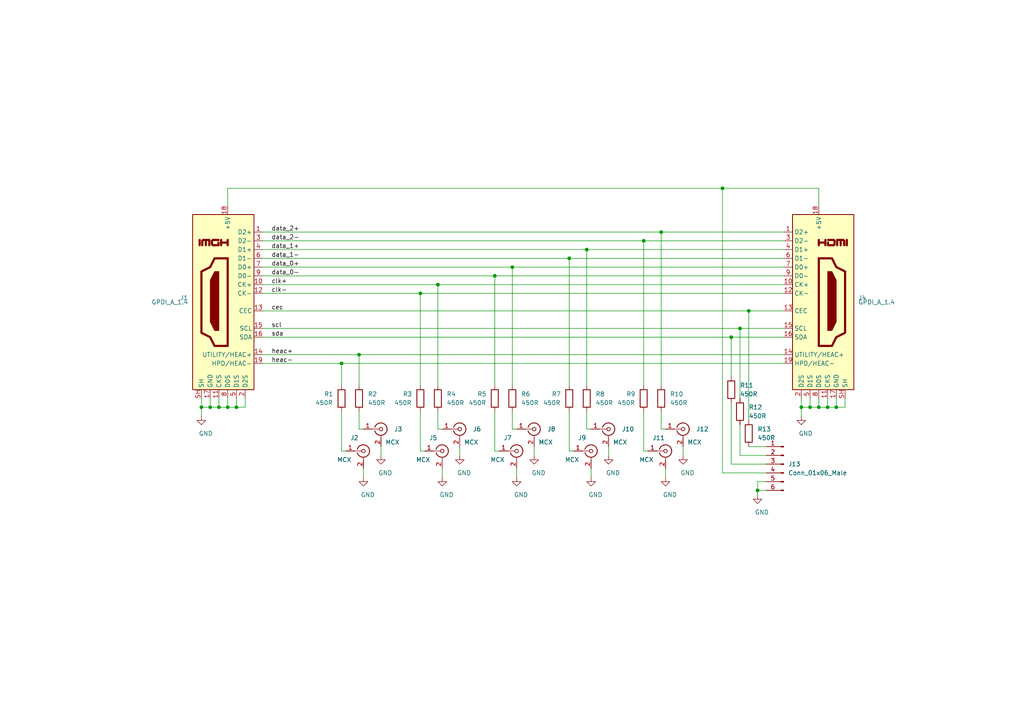
<source format=kicad_sch>
(kicad_sch (version 20201015) (generator eeschema)
  (paper "A4")
  (title_block (title "HDMI-SI") (date "2020-12-09") (rev "r1.0") (company "GsD - @gregdavill") (comment 1 "HDIM SI test board"))
  (lib_symbols
    (symbol "Connector:Conn_01x06_Male" (pin_names (offset 1.016) hide)
      (property "Reference" "J" (at 0 7.62 0))
      (property "Value" "Conn_01x06_Male" (at 0 -10.16 0))
      (symbol "Conn_01x06_Male_1_1"
        (rectangle (start 0.8636 -7.493) (end 0 -7.747) (stroke (width 0.1524)) (fill (type outline)))
        (rectangle (start 0.8636 -4.953) (end 0 -5.207) (stroke (width 0.1524)) (fill (type outline)))
        (rectangle (start 0.8636 -2.413) (end 0 -2.667) (stroke (width 0.1524)) (fill (type outline)))
        (rectangle (start 0.8636 0.127) (end 0 -0.127) (stroke (width 0.1524)) (fill (type outline)))
        (rectangle (start 0.8636 2.667) (end 0 2.413) (stroke (width 0.1524)) (fill (type outline)))
        (rectangle (start 0.8636 5.207) (end 0 4.953) (stroke (width 0.1524)) (fill (type outline)))
        (polyline (pts (xy 1.27 -7.62) (xy 0.8636 -7.62)) (stroke (width 0.1524)))
        (polyline (pts (xy 1.27 -5.08) (xy 0.8636 -5.08)) (stroke (width 0.1524)))
        (polyline (pts (xy 1.27 -2.54) (xy 0.8636 -2.54)) (stroke (width 0.1524)))
        (polyline (pts (xy 1.27 0) (xy 0.8636 0)) (stroke (width 0.1524)))
        (polyline (pts (xy 1.27 2.54) (xy 0.8636 2.54)) (stroke (width 0.1524)))
        (polyline (pts (xy 1.27 5.08) (xy 0.8636 5.08)) (stroke (width 0.1524)))
        (pin passive line (at 5.08 5.08 180) (length 3.81) (name "Pin_1") (number "1"))
        (pin passive line (at 5.08 2.54 180) (length 3.81) (name "Pin_2") (number "2"))
        (pin passive line (at 5.08 0 180) (length 3.81) (name "Pin_3") (number "3"))
        (pin passive line (at 5.08 -2.54 180) (length 3.81) (name "Pin_4") (number "4"))
        (pin passive line (at 5.08 -5.08 180) (length 3.81) (name "Pin_5") (number "5"))
        (pin passive line (at 5.08 -7.62 180) (length 3.81) (name "Pin_6") (number "6"))
      )
    )
    (symbol "Connector:Conn_Coaxial" (pin_names (offset 1.016) hide)
      (property "Reference" "J" (at 0.254 3.048 0))
      (property "Value" "Conn_Coaxial" (at 2.921 0 90))
      (symbol "Conn_Coaxial_0_1"
        (arc (start -1.778 0.508) (end 1.778 0) (radius (at -0.0508 0) (length 1.8034) (angles 163.6 0)) (stroke (width 0.254)))
        (arc (start 1.778 0) (end -1.778 -0.508) (radius (at -0.0254 0) (length 1.8034) (angles 0 -163.8)) (stroke (width 0.254)))
        (circle (center 0 0) (radius 0.508) (stroke (width 0.2032)))
        (polyline (pts (xy -2.54 0) (xy -0.508 0)))
        (polyline (pts (xy 0 -2.54) (xy 0 -1.778)))
      )
      (symbol "Conn_Coaxial_1_1"
        (pin passive line (at -5.08 0 0) (length 2.54) (name "In") (number "1"))
        (pin passive line (at 0 -5.08 90) (length 2.54) (name "Ext") (number "2"))
      )
    )
    (symbol "Connector:HDMI_A_1.4"
      (property "Reference" "J" (at -6.35 26.67 0))
      (property "Value" "HDMI_A_1.4" (at 10.16 26.67 0))
      (symbol "HDMI_A_1.4_0_0"
        (polyline (pts (xy 8.128 16.51) (xy 8.128 18.034)) (stroke (width 0.635)))
        (polyline (pts (xy 0 16.51) (xy 0 18.034) (xy 0 17.272) (xy 1.905 17.272) (xy 1.905 18.034) (xy 1.905 16.51)) (stroke (width 0.635)))
        (polyline (pts (xy 2.667 18.034) (xy 4.318 18.034) (xy 4.572 17.78) (xy 4.572 16.764) (xy 4.318 16.51) (xy 2.667 16.51) (xy 2.667 17.272)) (stroke (width 0.635)))
      )
      (symbol "HDMI_A_1.4_0_1"
        (rectangle (start -7.62 25.4) (end 10.16 -25.4) (stroke (width 0.254)) (fill (type background)))
        (polyline (pts (xy 2.54 8.89) (xy 3.81 8.89) (xy 5.08 6.35) (xy 5.08 -5.715) (xy 3.81 -8.255) (xy 2.54 -8.255) (xy 2.54 8.89)) (fill (type outline)))
        (polyline (pts (xy 5.334 16.51) (xy 5.334 18.034) (xy 6.35 18.034) (xy 6.35 16.51) (xy 6.35 18.034) (xy 7.112 18.034) (xy 7.366 17.78) (xy 7.366 16.51)) (stroke (width 0.635)))
        (polyline (pts (xy 0 12.7) (xy 0 -12.7) (xy 3.81 -12.7) (xy 5.08 -10.16) (xy 7.62 -8.89) (xy 7.62 8.89) (xy 5.08 10.16) (xy 3.81 12.7) (xy 0 12.7)) (stroke (width 0.635)))
      )
      (symbol "HDMI_A_1.4_1_1"
        (pin passive line (at -10.16 20.32 0) (length 2.54) (name "D2+") (number "1"))
        (pin passive line (at -10.16 5.08 0) (length 2.54) (name "CK+") (number "10"))
        (pin power_in line (at 2.54 -27.94 90) (length 2.54) (name "CKS") (number "11"))
        (pin passive line (at -10.16 2.54 0) (length 2.54) (name "CK-") (number "12"))
        (pin bidirectional line (at -10.16 -2.54 0) (length 2.54) (name "CEC") (number "13"))
        (pin passive line (at -10.16 -15.24 0) (length 2.54) (name "UTILITY/HEAC+") (number "14"))
        (pin passive line (at -10.16 -7.62 0) (length 2.54) (name "SCL") (number "15"))
        (pin bidirectional line (at -10.16 -10.16 0) (length 2.54) (name "SDA") (number "16"))
        (pin power_in line (at 5.08 -27.94 90) (length 2.54) (name "GND") (number "17"))
        (pin power_in line (at 0 27.94 270) (length 2.54) (name "+5V") (number "18"))
        (pin passive line (at -10.16 -17.78 0) (length 2.54) (name "HPD/HEAC-") (number "19"))
        (pin power_in line (at -5.08 -27.94 90) (length 2.54) (name "D2S") (number "2"))
        (pin passive line (at -10.16 17.78 0) (length 2.54) (name "D2-") (number "3"))
        (pin passive line (at -10.16 15.24 0) (length 2.54) (name "D1+") (number "4"))
        (pin power_in line (at -2.54 -27.94 90) (length 2.54) (name "D1S") (number "5"))
        (pin passive line (at -10.16 12.7 0) (length 2.54) (name "D1-") (number "6"))
        (pin passive line (at -10.16 10.16 0) (length 2.54) (name "D0+") (number "7"))
        (pin power_in line (at 0 -27.94 90) (length 2.54) (name "D0S") (number "8"))
        (pin passive line (at -10.16 7.62 0) (length 2.54) (name "D0-") (number "9"))
        (pin passive line (at 7.62 -27.94 90) (length 2.54) (name "SH") (number "SH"))
      )
    )
    (symbol "Device:R" (pin_numbers hide) (pin_names (offset 0))
      (property "Reference" "R" (at 2.032 0 90))
      (property "Value" "R" (at 0 0 90))
      (symbol "R_0_1"
        (rectangle (start -1.016 -2.54) (end 1.016 2.54) (stroke (width 0.254)))
      )
      (symbol "R_1_1"
        (pin passive line (at 0 3.81 270) (length 1.27) (name "~") (number "1"))
        (pin passive line (at 0 -3.81 90) (length 1.27) (name "~") (number "2"))
      )
    )
    (symbol "power:GND" (power) (pin_names (offset 0))
      (property "Value" "GND" (at 0 -3.81 0))
      (symbol "GND_0_1"
        (polyline (pts (xy 0 0) (xy 0 -1.27) (xy 1.27 -1.27) (xy 0 -2.54) (xy -1.27 -1.27) (xy 0 -1.27)))
      )
      (symbol "GND_1_1"
        (pin power_in line (at 0 0 270) (length 0) hide (name "GND") (number "1"))
      )
    )
  )
  (bus_alias "GPDI" (members "CK_N" "CK_P" "D0_N" "D0_P" "D1_N" "D1_P" "D2_N" "D2_P"))
  (junction (at 58.42 118.11) (diameter 0.9144))
  (junction (at 60.96 118.11) (diameter 0.9144))
  (junction (at 63.5 118.11) (diameter 0.9144))
  (junction (at 66.04 118.11) (diameter 0.9144))
  (junction (at 68.58 118.11) (diameter 0.9144))
  (junction (at 99.06 105.41) (diameter 0.9144))
  (junction (at 104.14 102.87) (diameter 0.9144))
  (junction (at 121.92 85.09) (diameter 0.9144))
  (junction (at 127 82.55) (diameter 0.9144))
  (junction (at 143.51 80.01) (diameter 0.9144))
  (junction (at 148.59 77.47) (diameter 0.9144))
  (junction (at 165.1 74.93) (diameter 0.9144))
  (junction (at 170.18 72.39) (diameter 0.9144))
  (junction (at 186.69 69.85) (diameter 0.9144))
  (junction (at 191.77 67.31) (diameter 0.9144))
  (junction (at 209.55 54.61) (diameter 0.9144))
  (junction (at 212.09 97.79) (diameter 0.9144))
  (junction (at 214.63 95.25) (diameter 0.9144))
  (junction (at 217.17 90.17) (diameter 0.9144))
  (junction (at 219.71 142.24) (diameter 0.9144))
  (junction (at 232.41 118.11) (diameter 0.9144))
  (junction (at 234.95 118.11) (diameter 0.9144))
  (junction (at 237.49 118.11) (diameter 0.9144))
  (junction (at 240.03 118.11) (diameter 0.9144))
  (junction (at 242.57 118.11) (diameter 0.9144))
  (wire (pts (xy 58.42 115.57) (xy 58.42 118.11)))
  (wire (pts (xy 58.42 118.11) (xy 58.42 120.65)))
  (wire (pts (xy 60.96 115.57) (xy 60.96 118.11)))
  (wire (pts (xy 60.96 118.11) (xy 58.42 118.11)))
  (wire (pts (xy 63.5 115.57) (xy 63.5 118.11)))
  (wire (pts (xy 63.5 118.11) (xy 60.96 118.11)))
  (wire (pts (xy 66.04 54.61) (xy 209.55 54.61)))
  (wire (pts (xy 66.04 59.69) (xy 66.04 54.61)))
  (wire (pts (xy 66.04 115.57) (xy 66.04 118.11)))
  (wire (pts (xy 66.04 118.11) (xy 63.5 118.11)))
  (wire (pts (xy 68.58 115.57) (xy 68.58 118.11)))
  (wire (pts (xy 68.58 118.11) (xy 66.04 118.11)))
  (wire (pts (xy 71.12 115.57) (xy 71.12 118.11)))
  (wire (pts (xy 71.12 118.11) (xy 68.58 118.11)))
  (wire (pts (xy 76.2 67.31) (xy 191.77 67.31)))
  (wire (pts (xy 76.2 69.85) (xy 186.69 69.85)))
  (wire (pts (xy 76.2 72.39) (xy 170.18 72.39)))
  (wire (pts (xy 76.2 74.93) (xy 165.1 74.93)))
  (wire (pts (xy 76.2 77.47) (xy 148.59 77.47)))
  (wire (pts (xy 76.2 80.01) (xy 143.51 80.01)))
  (wire (pts (xy 76.2 82.55) (xy 127 82.55)))
  (wire (pts (xy 76.2 85.09) (xy 121.92 85.09)))
  (wire (pts (xy 76.2 90.17) (xy 217.17 90.17)))
  (wire (pts (xy 76.2 95.25) (xy 214.63 95.25)))
  (wire (pts (xy 76.2 97.79) (xy 212.09 97.79)))
  (wire (pts (xy 76.2 102.87) (xy 104.14 102.87)))
  (wire (pts (xy 76.2 105.41) (xy 99.06 105.41)))
  (wire (pts (xy 99.06 105.41) (xy 99.06 111.76)))
  (wire (pts (xy 99.06 105.41) (xy 227.33 105.41)))
  (wire (pts (xy 99.06 130.81) (xy 99.06 119.38)))
  (wire (pts (xy 100.33 130.81) (xy 99.06 130.81)))
  (wire (pts (xy 104.14 102.87) (xy 104.14 111.76)))
  (wire (pts (xy 104.14 102.87) (xy 227.33 102.87)))
  (wire (pts (xy 104.14 124.46) (xy 104.14 119.38)))
  (wire (pts (xy 105.41 124.46) (xy 104.14 124.46)))
  (wire (pts (xy 105.41 135.89) (xy 105.41 138.43)))
  (wire (pts (xy 110.49 129.54) (xy 110.49 132.08)))
  (wire (pts (xy 121.92 85.09) (xy 121.92 111.76)))
  (wire (pts (xy 121.92 85.09) (xy 227.33 85.09)))
  (wire (pts (xy 121.92 130.81) (xy 121.92 119.38)))
  (wire (pts (xy 123.19 130.81) (xy 121.92 130.81)))
  (wire (pts (xy 127 82.55) (xy 127 111.76)))
  (wire (pts (xy 127 82.55) (xy 227.33 82.55)))
  (wire (pts (xy 127 124.46) (xy 127 119.38)))
  (wire (pts (xy 128.27 124.46) (xy 127 124.46)))
  (wire (pts (xy 128.27 135.89) (xy 128.27 138.43)))
  (wire (pts (xy 133.35 129.54) (xy 133.35 132.08)))
  (wire (pts (xy 143.51 80.01) (xy 143.51 111.76)))
  (wire (pts (xy 143.51 80.01) (xy 227.33 80.01)))
  (wire (pts (xy 143.51 130.81) (xy 143.51 119.38)))
  (wire (pts (xy 144.78 130.81) (xy 143.51 130.81)))
  (wire (pts (xy 148.59 77.47) (xy 148.59 111.76)))
  (wire (pts (xy 148.59 77.47) (xy 227.33 77.47)))
  (wire (pts (xy 148.59 124.46) (xy 148.59 119.38)))
  (wire (pts (xy 149.86 124.46) (xy 148.59 124.46)))
  (wire (pts (xy 149.86 135.89) (xy 149.86 138.43)))
  (wire (pts (xy 154.94 129.54) (xy 154.94 132.08)))
  (wire (pts (xy 165.1 74.93) (xy 165.1 111.76)))
  (wire (pts (xy 165.1 74.93) (xy 227.33 74.93)))
  (wire (pts (xy 165.1 130.81) (xy 165.1 119.38)))
  (wire (pts (xy 166.37 130.81) (xy 165.1 130.81)))
  (wire (pts (xy 170.18 72.39) (xy 170.18 111.76)))
  (wire (pts (xy 170.18 72.39) (xy 227.33 72.39)))
  (wire (pts (xy 170.18 124.46) (xy 170.18 119.38)))
  (wire (pts (xy 171.45 124.46) (xy 170.18 124.46)))
  (wire (pts (xy 171.45 135.89) (xy 171.45 138.43)))
  (wire (pts (xy 176.53 129.54) (xy 176.53 132.08)))
  (wire (pts (xy 186.69 69.85) (xy 186.69 111.76)))
  (wire (pts (xy 186.69 69.85) (xy 227.33 69.85)))
  (wire (pts (xy 186.69 130.81) (xy 186.69 119.38)))
  (wire (pts (xy 187.96 130.81) (xy 186.69 130.81)))
  (wire (pts (xy 191.77 67.31) (xy 191.77 111.76)))
  (wire (pts (xy 191.77 67.31) (xy 227.33 67.31)))
  (wire (pts (xy 191.77 124.46) (xy 191.77 119.38)))
  (wire (pts (xy 193.04 124.46) (xy 191.77 124.46)))
  (wire (pts (xy 193.04 135.89) (xy 193.04 138.43)))
  (wire (pts (xy 198.12 129.54) (xy 198.12 132.08)))
  (wire (pts (xy 209.55 54.61) (xy 209.55 137.16)))
  (wire (pts (xy 209.55 54.61) (xy 237.49 54.61)))
  (wire (pts (xy 209.55 137.16) (xy 222.25 137.16)))
  (wire (pts (xy 212.09 97.79) (xy 227.33 97.79)))
  (wire (pts (xy 212.09 109.22) (xy 212.09 97.79)))
  (wire (pts (xy 212.09 134.62) (xy 212.09 116.84)))
  (wire (pts (xy 214.63 95.25) (xy 227.33 95.25)))
  (wire (pts (xy 214.63 115.57) (xy 214.63 95.25)))
  (wire (pts (xy 214.63 132.08) (xy 214.63 123.19)))
  (wire (pts (xy 217.17 90.17) (xy 217.17 121.92)))
  (wire (pts (xy 217.17 90.17) (xy 227.33 90.17)))
  (wire (pts (xy 219.71 139.7) (xy 219.71 142.24)))
  (wire (pts (xy 219.71 139.7) (xy 222.25 139.7)))
  (wire (pts (xy 219.71 142.24) (xy 219.71 143.51)))
  (wire (pts (xy 219.71 142.24) (xy 222.25 142.24)))
  (wire (pts (xy 222.25 129.54) (xy 217.17 129.54)))
  (wire (pts (xy 222.25 132.08) (xy 214.63 132.08)))
  (wire (pts (xy 222.25 134.62) (xy 212.09 134.62)))
  (wire (pts (xy 232.41 115.57) (xy 232.41 118.11)))
  (wire (pts (xy 232.41 118.11) (xy 232.41 120.65)))
  (wire (pts (xy 234.95 115.57) (xy 234.95 118.11)))
  (wire (pts (xy 234.95 118.11) (xy 232.41 118.11)))
  (wire (pts (xy 237.49 54.61) (xy 237.49 59.69)))
  (wire (pts (xy 237.49 115.57) (xy 237.49 118.11)))
  (wire (pts (xy 237.49 118.11) (xy 234.95 118.11)))
  (wire (pts (xy 240.03 115.57) (xy 240.03 118.11)))
  (wire (pts (xy 240.03 118.11) (xy 237.49 118.11)))
  (wire (pts (xy 242.57 115.57) (xy 242.57 118.11)))
  (wire (pts (xy 242.57 118.11) (xy 240.03 118.11)))
  (wire (pts (xy 245.11 115.57) (xy 245.11 118.11)))
  (wire (pts (xy 245.11 118.11) (xy 242.57 118.11)))
  (label "data_2+" (at 78.74 67.31 0))
  (label "data_2-" (at 78.74 69.85 0))
  (label "data_1+" (at 78.74 72.39 0))
  (label "data_1-" (at 78.74 74.93 0))
  (label "data_0+" (at 78.74 77.47 0))
  (label "data_0-" (at 78.74 80.01 0))
  (label "clk+" (at 78.74 82.55 0))
  (label "clk-" (at 78.74 85.09 0))
  (label "cec" (at 78.74 90.17 0))
  (label "scl" (at 78.74 95.25 0))
  (label "sda" (at 78.74 97.79 0))
  (label "heac+" (at 78.74 102.87 0))
  (label "heac-" (at 78.74 105.41 0))
  (symbol (lib_id "power:GND") (at 58.42 120.65 0) (unit 1)
    (property "Reference" "#PWR0101" (effects hide))
    (property "Value" "GND" (at 59.69 125.73 0))
  )
  (symbol (lib_id "power:GND") (at 105.41 138.43 0) (unit 1)
    (property "Reference" "#PWR0102" (effects hide))
    (property "Value" "GND" (at 106.68 143.51 0))
  )
  (symbol (lib_id "power:GND") (at 110.49 132.08 0) (unit 1)
    (property "Reference" "#PWR0103" (effects hide))
    (property "Value" "GND" (at 111.76 137.16 0))
  )
  (symbol (lib_id "power:GND") (at 128.27 138.43 0) (unit 1)
    (property "Reference" "#PWR0106" (effects hide))
    (property "Value" "GND" (at 129.54 143.51 0))
  )
  (symbol (lib_id "power:GND") (at 133.35 132.08 0) (unit 1)
    (property "Reference" "#PWR0105" (effects hide))
    (property "Value" "GND" (at 134.62 137.16 0))
  )
  (symbol (lib_id "power:GND") (at 149.86 138.43 0) (unit 1)
    (property "Reference" "#PWR0107" (effects hide))
    (property "Value" "GND" (at 151.13 143.51 0))
  )
  (symbol (lib_id "power:GND") (at 154.94 132.08 0) (unit 1)
    (property "Reference" "#PWR0108" (effects hide))
    (property "Value" "GND" (at 156.21 137.16 0))
  )
  (symbol (lib_id "power:GND") (at 171.45 138.43 0) (unit 1)
    (property "Reference" "#PWR0109" (effects hide))
    (property "Value" "GND" (at 172.72 143.51 0))
  )
  (symbol (lib_id "power:GND") (at 176.53 132.08 0) (unit 1)
    (property "Reference" "#PWR0110" (effects hide))
    (property "Value" "GND" (at 177.8 137.16 0))
  )
  (symbol (lib_id "power:GND") (at 193.04 138.43 0) (unit 1)
    (property "Reference" "#PWR0111" (effects hide))
    (property "Value" "GND" (at 194.31 143.51 0))
  )
  (symbol (lib_id "power:GND") (at 198.12 132.08 0) (unit 1)
    (property "Reference" "#PWR0112" (effects hide))
    (property "Value" "GND" (at 199.39 137.16 0))
  )
  (symbol (lib_id "power:GND") (at 219.71 143.51 0) (unit 1)
    (property "Reference" "#PWR0113" (effects hide))
    (property "Value" "GND" (at 220.98 148.59 0))
  )
  (symbol (lib_id "power:GND") (at 232.41 120.65 0) (unit 1)
    (property "Reference" "#PWR0104" (effects hide))
    (property "Value" "GND" (at 233.68 125.73 0))
  )
  (symbol (lib_id "Device:R") (at 99.06 115.57 0) (unit 1)
    (property "Reference" "R1" (at 93.98 114.3 0) (effects (justify left)))
    (property "Value" "450R" (at 91.44 116.84 0) (effects (justify left)))
    (property "Footprint" "Resistor_SMD:R_0402_1005Metric" (effects hide))
  )
  (symbol (lib_id "Device:R") (at 104.14 115.57 0) (unit 1)
    (property "Reference" "R2" (at 106.68 114.3 0) (effects (justify left)))
    (property "Value" "450R" (at 106.68 116.84 0) (effects (justify left)))
    (property "Footprint" "Resistor_SMD:R_0402_1005Metric" (effects hide))
  )
  (symbol (lib_id "Device:R") (at 121.92 115.57 0) (unit 1)
    (property "Reference" "R3" (at 116.84 114.3 0) (effects (justify left)))
    (property "Value" "450R" (at 114.3 116.84 0) (effects (justify left)))
    (property "Footprint" "Resistor_SMD:R_0402_1005Metric" (effects hide))
  )
  (symbol (lib_id "Device:R") (at 127 115.57 0) (unit 1)
    (property "Reference" "R4" (at 129.54 114.3 0) (effects (justify left)))
    (property "Value" "450R" (at 129.54 116.84 0) (effects (justify left)))
    (property "Footprint" "Resistor_SMD:R_0402_1005Metric" (effects hide))
  )
  (symbol (lib_id "Device:R") (at 143.51 115.57 0) (unit 1)
    (property "Reference" "R5" (at 138.43 114.3 0) (effects (justify left)))
    (property "Value" "450R" (at 135.89 116.84 0) (effects (justify left)))
    (property "Footprint" "Resistor_SMD:R_0402_1005Metric" (effects hide))
  )
  (symbol (lib_id "Device:R") (at 148.59 115.57 0) (unit 1)
    (property "Reference" "R6" (at 151.13 114.3 0) (effects (justify left)))
    (property "Value" "450R" (at 151.13 116.84 0) (effects (justify left)))
    (property "Footprint" "Resistor_SMD:R_0402_1005Metric" (effects hide))
  )
  (symbol (lib_id "Device:R") (at 165.1 115.57 0) (unit 1)
    (property "Reference" "R7" (at 160.02 114.3 0) (effects (justify left)))
    (property "Value" "450R" (at 157.48 116.84 0) (effects (justify left)))
    (property "Footprint" "Resistor_SMD:R_0402_1005Metric" (effects hide))
  )
  (symbol (lib_id "Device:R") (at 170.18 115.57 0) (unit 1)
    (property "Reference" "R8" (at 172.72 114.3 0) (effects (justify left)))
    (property "Value" "450R" (at 172.72 116.84 0) (effects (justify left)))
    (property "Footprint" "Resistor_SMD:R_0402_1005Metric" (effects hide))
  )
  (symbol (lib_id "Device:R") (at 186.69 115.57 0) (unit 1)
    (property "Reference" "R9" (at 181.61 114.3 0) (effects (justify left)))
    (property "Value" "450R" (at 179.07 116.84 0) (effects (justify left)))
    (property "Footprint" "Resistor_SMD:R_0402_1005Metric" (effects hide))
  )
  (symbol (lib_id "Device:R") (at 191.77 115.57 0) (unit 1)
    (property "Reference" "R10" (at 194.31 114.3 0) (effects (justify left)))
    (property "Value" "450R" (at 194.31 116.84 0) (effects (justify left)))
    (property "Footprint" "Resistor_SMD:R_0402_1005Metric" (effects hide))
  )
  (symbol (lib_id "Device:R") (at 212.09 113.03 0) (unit 1)
    (property "Reference" "R11" (at 214.63 111.76 0) (effects (justify left)))
    (property "Value" "450R" (at 214.63 114.3 0) (effects (justify left)))
    (property "Footprint" "Resistor_SMD:R_0402_1005Metric" (effects hide))
  )
  (symbol (lib_id "Device:R") (at 214.63 119.38 0) (unit 1)
    (property "Reference" "R12" (at 217.17 118.11 0) (effects (justify left)))
    (property "Value" "450R" (at 217.17 120.65 0) (effects (justify left)))
    (property "Footprint" "Resistor_SMD:R_0402_1005Metric" (effects hide))
  )
  (symbol (lib_id "Device:R") (at 217.17 125.73 0) (unit 1)
    (property "Reference" "R13" (at 219.71 124.46 0) (effects (justify left)))
    (property "Value" "450R" (at 219.71 127 0) (effects (justify left)))
    (property "Footprint" "Resistor_SMD:R_0402_1005Metric" (effects hide))
  )
  (symbol (lib_id "Connector:Conn_Coaxial") (at 105.41 130.81 0) (unit 1)
    (property "Reference" "J2" (at 101.6 127 0) (effects (justify left)))
    (property "Value" "MCX" (at 97.79 133.35 0) (effects (justify left)))
    (property "Footprint" "Connector_Coaxial:MMCX_Molex_73415-1471_Vertical" (effects hide))
    (property "Datasheet" " ~" (effects hide))
  )
  (symbol (lib_id "Connector:Conn_Coaxial") (at 110.49 124.46 0) (unit 1)
    (property "Reference" "J3" (at 114.3 124.46 0) (effects (justify left)))
    (property "Value" "MCX" (at 111.76 128.27 0) (effects (justify left)))
    (property "Footprint" "Connector_Coaxial:MMCX_Molex_73415-1471_Vertical" (effects hide))
    (property "Datasheet" " ~" (effects hide))
  )
  (symbol (lib_id "Connector:Conn_Coaxial") (at 128.27 130.81 0) (unit 1)
    (property "Reference" "J5" (at 124.46 127 0) (effects (justify left)))
    (property "Value" "MCX" (at 120.65 133.35 0) (effects (justify left)))
    (property "Footprint" "Connector_Coaxial:MMCX_Molex_73415-1471_Vertical" (effects hide))
    (property "Datasheet" " ~" (effects hide))
  )
  (symbol (lib_id "Connector:Conn_Coaxial") (at 133.35 124.46 0) (unit 1)
    (property "Reference" "J6" (at 137.16 124.46 0) (effects (justify left)))
    (property "Value" "MCX" (at 134.62 128.27 0) (effects (justify left)))
    (property "Footprint" "Connector_Coaxial:MMCX_Molex_73415-1471_Vertical" (effects hide))
    (property "Datasheet" " ~" (effects hide))
  )
  (symbol (lib_id "Connector:Conn_Coaxial") (at 149.86 130.81 0) (unit 1)
    (property "Reference" "J7" (at 146.05 127 0) (effects (justify left)))
    (property "Value" "MCX" (at 142.24 133.35 0) (effects (justify left)))
    (property "Footprint" "Connector_Coaxial:MMCX_Molex_73415-1471_Vertical" (effects hide))
    (property "Datasheet" " ~" (effects hide))
  )
  (symbol (lib_id "Connector:Conn_Coaxial") (at 154.94 124.46 0) (unit 1)
    (property "Reference" "J8" (at 158.75 124.46 0) (effects (justify left)))
    (property "Value" "MCX" (at 156.21 128.27 0) (effects (justify left)))
    (property "Footprint" "Connector_Coaxial:MMCX_Molex_73415-1471_Vertical" (effects hide))
    (property "Datasheet" " ~" (effects hide))
  )
  (symbol (lib_id "Connector:Conn_Coaxial") (at 171.45 130.81 0) (unit 1)
    (property "Reference" "J9" (at 167.64 127 0) (effects (justify left)))
    (property "Value" "MCX" (at 163.83 133.35 0) (effects (justify left)))
    (property "Footprint" "Connector_Coaxial:MMCX_Molex_73415-1471_Vertical" (effects hide))
    (property "Datasheet" " ~" (effects hide))
  )
  (symbol (lib_id "Connector:Conn_Coaxial") (at 176.53 124.46 0) (unit 1)
    (property "Reference" "J10" (at 180.34 124.46 0) (effects (justify left)))
    (property "Value" "MCX" (at 177.8 128.27 0) (effects (justify left)))
    (property "Footprint" "Connector_Coaxial:MMCX_Molex_73415-1471_Vertical" (effects hide))
    (property "Datasheet" " ~" (effects hide))
  )
  (symbol (lib_id "Connector:Conn_Coaxial") (at 193.04 130.81 0) (unit 1)
    (property "Reference" "J11" (at 189.23 127 0) (effects (justify left)))
    (property "Value" "MCX" (at 185.42 133.35 0) (effects (justify left)))
    (property "Footprint" "Connector_Coaxial:MMCX_Molex_73415-1471_Vertical" (effects hide))
    (property "Datasheet" " ~" (effects hide))
  )
  (symbol (lib_id "Connector:Conn_Coaxial") (at 198.12 124.46 0) (unit 1)
    (property "Reference" "J12" (at 201.93 124.46 0) (effects (justify left)))
    (property "Value" "MCX" (at 199.39 128.27 0) (effects (justify left)))
    (property "Footprint" "Connector_Coaxial:MMCX_Molex_73415-1471_Vertical" (effects hide))
    (property "Datasheet" " ~" (effects hide))
  )
  (symbol (lib_id "Connector:Conn_01x06_Male") (at 227.33 134.62 0) (mirror y) (unit 1)
    (property "Reference" "J13" (at 228.6 134.62 0) (effects (justify right)))
    (property "Value" "Conn_01x06_Male" (at 228.6 137.16 0) (effects (justify right)))
    (property "Footprint" "Connector_PinHeader_2.54mm:PinHeader_1x06_P2.54mm_Vertical" (effects hide))
  )
  (symbol (lib_id "Connector:HDMI_A_1.4") (at 66.04 87.63 0) (mirror y) (unit 1)
    (property "Reference" "J1" (at 54.61 86.36 0) (effects (justify left)))
    (property "Value" "GPDI_A_1.4" (at 54.61 87.63 0) (effects (justify left)))
    (property "Footprint" "gsd-footprints:HDMI-10029449-111RLF" (effects hide))
    (property "Datasheet" "https://en.wikipedia.org/wiki/HDMI" (effects hide))
  )
  (symbol (lib_id "Connector:HDMI_A_1.4") (at 237.49 87.63 0) (unit 1)
    (property "Reference" "J4" (at 248.92 86.36 0) (effects (justify left)))
    (property "Value" "GPDI_A_1.4" (at 248.92 87.63 0) (effects (justify left)))
    (property "Footprint" "gsd-footprints:HDMI-10029449-111RLF" (effects hide))
    (property "Datasheet" "https://en.wikipedia.org/wiki/HDMI" (effects hide))
  )
)
</source>
